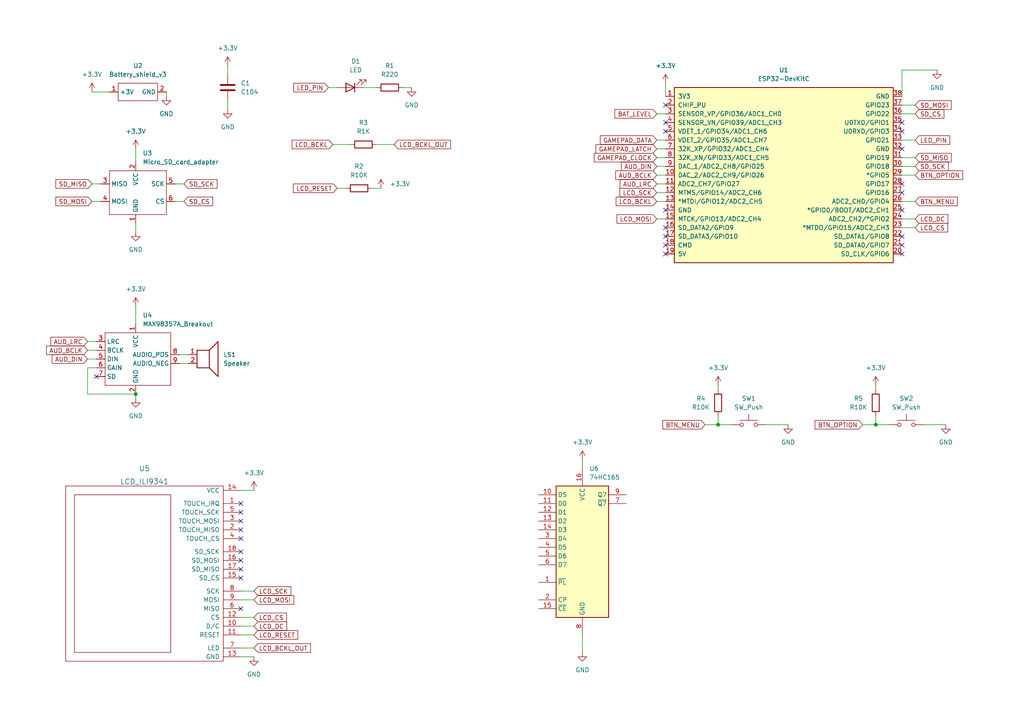
<source format=kicad_sch>
(kicad_sch (version 20211123) (generator eeschema)
  (paper "A4")
  (lib_symbols
    (symbol "74xx:74HC165"
      (property "Reference" "U" (at -7.62 19.05 0))
      (property "Value" "74HC165" (at -7.62 -21.59 0))
      (symbol "74HC165_1_0"
        (pin input line (at -12.7 -10.16 0) (length 5.08) (name "~{PL}") (number "1"))
        (pin input line (at -12.7 15.24 0) (length 5.08) (name "DS") (number "10"))
        (pin input line (at -12.7 12.7 0) (length 5.08) (name "D0") (number "11"))
        (pin input line (at -12.7 10.16 0) (length 5.08) (name "D1") (number "12"))
        (pin input line (at -12.7 7.62 0) (length 5.08) (name "D2") (number "13"))
        (pin input line (at -12.7 5.08 0) (length 5.08) (name "D3") (number "14"))
        (pin input line (at -12.7 -17.78 0) (length 5.08) (name "~{CE}") (number "15"))
        (pin power_in line (at 0 22.86 270) (length 5.08) (name "VCC") (number "16"))
        (pin input line (at -12.7 -15.24 0) (length 5.08) (name "CP") (number "2"))
        (pin input line (at -12.7 2.54 0) (length 5.08) (name "D4") (number "3"))
        (pin input line (at -12.7 0 0) (length 5.08) (name "D5") (number "4"))
        (pin input line (at -12.7 -2.54 0) (length 5.08) (name "D6") (number "5"))
        (pin input line (at -12.7 -5.08 0) (length 5.08) (name "D7") (number "6"))
        (pin output line (at 12.7 12.7 180) (length 5.08) (name "~{Q7}") (number "7"))
        (pin power_in line (at 0 -25.4 90) (length 5.08) (name "GND") (number "8"))
        (pin output line (at 12.7 15.24 180) (length 5.08) (name "Q7") (number "9"))
      )
      (symbol "74HC165_1_1"
        (rectangle (start -7.62 17.78) (end 7.62 -20.32) (stroke (width 0.254)) (fill (type background)))
      )
    )
    (symbol "Device:C" (pin_numbers hide) (pin_names (offset 0.254))
      (property "Reference" "C" (at 0.635 2.54 0))
      (property "Value" "C" (at 0.635 -2.54 0))
      (symbol "C_0_1"
        (polyline (pts (xy -2.032 -0.762) (xy 2.032 -0.762)) (stroke (width 0.508)))
        (polyline (pts (xy -2.032 0.762) (xy 2.032 0.762)) (stroke (width 0.508)))
      )
      (symbol "C_1_1"
        (pin passive line (at 0 3.81 270) (length 2.794) (name "~") (number "1"))
        (pin passive line (at 0 -3.81 90) (length 2.794) (name "~") (number "2"))
      )
    )
    (symbol "Device:LED" (pin_numbers hide) (pin_names (offset 1.016) hide)
      (property "Reference" "D" (at 0 2.54 0))
      (property "Value" "LED" (at 0 -2.54 0))
      (symbol "LED_0_1"
        (polyline (pts (xy -1.27 -1.27) (xy -1.27 1.27)) (stroke (width 0.254)))
        (polyline (pts (xy -1.27 0) (xy 1.27 0)))
        (polyline (pts (xy 1.27 -1.27) (xy 1.27 1.27) (xy -1.27 0) (xy 1.27 -1.27)) (stroke (width 0.254)))
        (polyline (pts (xy -3.048 -0.762) (xy -4.572 -2.286) (xy -3.81 -2.286) (xy -4.572 -2.286) (xy -4.572 -1.524)))
        (polyline (pts (xy -1.778 -0.762) (xy -3.302 -2.286) (xy -2.54 -2.286) (xy -3.302 -2.286) (xy -3.302 -1.524)))
      )
      (symbol "LED_1_1"
        (pin passive line (at -3.81 0 0) (length 2.54) (name "K") (number "1"))
        (pin passive line (at 3.81 0 180) (length 2.54) (name "A") (number "2"))
      )
    )
    (symbol "Device:R" (pin_numbers hide) (pin_names (offset 0))
      (property "Reference" "R" (at 2.032 0 90))
      (property "Value" "R" (at 0 0 90))
      (symbol "R_0_1"
        (rectangle (start -1.016 -2.54) (end 1.016 2.54) (stroke (width 0.254)))
      )
      (symbol "R_1_1"
        (pin passive line (at 0 3.81 270) (length 1.27) (name "~") (number "1"))
        (pin passive line (at 0 -3.81 90) (length 1.27) (name "~") (number "2"))
      )
    )
    (symbol "Device:Speaker" (pin_names (offset 0) hide)
      (property "Reference" "LS" (at 1.27 5.715 0))
      (property "Value" "Speaker" (at 1.27 3.81 0))
      (symbol "Speaker_0_0"
        (rectangle (start -2.54 1.27) (end 1.016 -3.81) (stroke (width 0.254)))
        (polyline (pts (xy 1.016 1.27) (xy 3.556 3.81) (xy 3.556 -6.35) (xy 1.016 -3.81)) (stroke (width 0.254)))
      )
      (symbol "Speaker_1_1"
        (pin input line (at -5.08 0 0) (length 2.54) (name "1") (number "1"))
        (pin input line (at -5.08 -2.54 0) (length 2.54) (name "2") (number "2"))
      )
    )
    (symbol "Espressif:ESP32-DevKitC" (pin_names (offset 1.016))
      (property "Reference" "U" (at -30.48 30.48 0))
      (property "Value" "ESP32-DevKitC" (at -30.48 27.94 0))
      (symbol "ESP32-DevKitC_0_0"
        (pin power_in line (at -33.02 -10.16 0) (length 2.54) (name "GND") (number "14"))
        (pin power_in line (at -33.02 -22.86 0) (length 2.54) (name "5V") (number "19"))
      )
      (symbol "ESP32-DevKitC_0_1"
        (rectangle (start -30.48 25.4) (end 33.02 -25.4) (stroke (width 0.254)) (fill (type background)))
      )
      (symbol "ESP32-DevKitC_1_1"
        (pin power_in line (at -33.02 22.86 0) (length 2.54) (name "3V3") (number "1"))
        (pin bidirectional line (at -33.02 0 0) (length 2.54) (name "DAC_2/ADC2_CH9/GPIO26") (number "10"))
        (pin bidirectional line (at -33.02 -2.54 0) (length 2.54) (name "ADC2_CH7/GPIO27") (number "11"))
        (pin bidirectional line (at -33.02 -5.08 0) (length 2.54) (name "MTMS/GPIO14/ADC2_CH6") (number "12"))
        (pin bidirectional line (at -33.02 -7.62 0) (length 2.54) (name "*MTDI/GPIO12/ADC2_CH5") (number "13"))
        (pin bidirectional line (at -33.02 -12.7 0) (length 2.54) (name "MTCK/GPIO13/ADC2_CH4") (number "15"))
        (pin bidirectional line (at -33.02 -15.24 0) (length 2.54) (name "SD_DATA2/GPIO9") (number "16"))
        (pin bidirectional line (at -33.02 -17.78 0) (length 2.54) (name "SD_DATA3/GPIO10") (number "17"))
        (pin bidirectional line (at -33.02 -20.32 0) (length 2.54) (name "CMD") (number "18"))
        (pin input line (at -33.02 20.32 0) (length 2.54) (name "CHIP_PU") (number "2"))
        (pin bidirectional line (at 35.56 -22.86 180) (length 2.54) (name "SD_CLK/GPIO6") (number "20"))
        (pin bidirectional line (at 35.56 -20.32 180) (length 2.54) (name "SD_DATA0/GPIO7") (number "21"))
        (pin bidirectional line (at 35.56 -17.78 180) (length 2.54) (name "SD_DATA1/GPIO8") (number "22"))
        (pin bidirectional line (at 35.56 -15.24 180) (length 2.54) (name "*MTDO/GPIO15/ADC2_CH3") (number "23"))
        (pin bidirectional line (at 35.56 -12.7 180) (length 2.54) (name "ADC2_CH2/*GPIO2") (number "24"))
        (pin bidirectional line (at 35.56 -10.16 180) (length 2.54) (name "*GPIO0/BOOT/ADC2_CH1") (number "25"))
        (pin bidirectional line (at 35.56 -7.62 180) (length 2.54) (name "ADC2_CH0/GPIO4") (number "26"))
        (pin bidirectional line (at 35.56 -5.08 180) (length 2.54) (name "GPIO16") (number "27"))
        (pin bidirectional line (at 35.56 -2.54 180) (length 2.54) (name "GPIO17") (number "28"))
        (pin bidirectional line (at 35.56 0 180) (length 2.54) (name "*GPIO5") (number "29"))
        (pin input line (at -33.02 17.78 0) (length 2.54) (name "SENSOR_VP/GPIO36/ADC1_CH0") (number "3"))
        (pin bidirectional line (at 35.56 2.54 180) (length 2.54) (name "GPIO18") (number "30"))
        (pin bidirectional line (at 35.56 5.08 180) (length 2.54) (name "GPIO19") (number "31"))
        (pin power_in line (at 35.56 7.62 180) (length 2.54) (name "GND") (number "32"))
        (pin bidirectional line (at 35.56 10.16 180) (length 2.54) (name "GPIO21") (number "33"))
        (pin bidirectional line (at 35.56 12.7 180) (length 2.54) (name "U0RXD/GPIO3") (number "34"))
        (pin bidirectional line (at 35.56 15.24 180) (length 2.54) (name "U0TXD/GPIO1") (number "35"))
        (pin bidirectional line (at 35.56 17.78 180) (length 2.54) (name "GPIO22") (number "36"))
        (pin bidirectional line (at 35.56 20.32 180) (length 2.54) (name "GPIO23") (number "37"))
        (pin power_in line (at 35.56 22.86 180) (length 2.54) (name "GND") (number "38"))
        (pin input line (at -33.02 15.24 0) (length 2.54) (name "SENSOR_VN/GPIO39/ADC1_CH3") (number "4"))
        (pin input line (at -33.02 12.7 0) (length 2.54) (name "VDET_1/GPIO34/ADC1_CH6") (number "5"))
        (pin input line (at -33.02 10.16 0) (length 2.54) (name "VDET_2/GPIO35/ADC1_CH7") (number "6"))
        (pin bidirectional line (at -33.02 7.62 0) (length 2.54) (name "32K_XP/GPIO32/ADC1_CH4") (number "7"))
        (pin bidirectional line (at -33.02 5.08 0) (length 2.54) (name "32K_XN/GPIO33/ADC1_CH5") (number "8"))
        (pin bidirectional line (at -33.02 2.54 0) (length 2.54) (name "DAC_1/ADC2_CH8/GPIO25") (number "9"))
      )
    )
    (symbol "JS_Displays:LCD_ILI9341" (pin_names (offset 1.016))
      (property "Reference" "U" (at -6.35 1.27 0))
      (property "Value" "LCD_ILI9341" (at -6.35 -1.27 0))
      (symbol "LCD_ILI9341_0_1"
        (rectangle (start -21.59 21.59) (end 6.35 -24.13))
        (rectangle (start 21.59 24.13) (end -24.13 -26.67))
      )
      (symbol "LCD_ILI9341_1_1"
        (pin input line (at 26.67 19.05 180) (length 5.08) (name "TOUCH_IRQ") (number "1"))
        (pin input line (at 26.67 -16.51 180) (length 5.08) (name "D/C") (number "10"))
        (pin input line (at 26.67 -19.05 180) (length 5.08) (name "RESET") (number "11"))
        (pin input line (at 26.67 -13.97 180) (length 5.08) (name "CS") (number "12"))
        (pin input line (at 26.67 -25.4 180) (length 5.08) (name "GND") (number "13"))
        (pin input line (at 26.67 22.86 180) (length 5.08) (name "VCC") (number "14"))
        (pin input line (at 26.67 -2.54 180) (length 5.08) (name "SD_CS") (number "15"))
        (pin input line (at 26.67 2.54 180) (length 5.08) (name "SD_MOSI") (number "16"))
        (pin input line (at 26.67 0 180) (length 5.08) (name "SD_MISO") (number "17"))
        (pin input line (at 26.67 5.08 180) (length 5.08) (name "SD_SCK") (number "18"))
        (pin input line (at 26.67 11.43 180) (length 5.08) (name "TOUCH_MISO") (number "2"))
        (pin input line (at 26.67 13.97 180) (length 5.08) (name "TOUCH_MOSI") (number "3"))
        (pin input line (at 26.67 8.89 180) (length 5.08) (name "TOUCH_CS") (number "4"))
        (pin input line (at 26.67 16.51 180) (length 5.08) (name "TOUCH_SCK") (number "5"))
        (pin input line (at 26.67 -11.43 180) (length 5.08) (name "MISO") (number "6"))
        (pin input line (at 26.67 -22.86 180) (length 5.08) (name "LED") (number "7"))
        (pin input line (at 26.67 -6.35 180) (length 5.08) (name "SCK") (number "8"))
        (pin input line (at 26.67 -8.89 180) (length 5.08) (name "MOSI") (number "9"))
      )
    )
    (symbol "RGC_Components:Battery_shield_v3"
      (property "Reference" "U" (at 0 5.08 0))
      (property "Value" "Battery_shield_v3" (at 0 2.54 0))
      (symbol "Battery_shield_v3_0_1"
        (rectangle (start -5.08 -1.27) (end 6.35 -6.35))
      )
      (symbol "Battery_shield_v3_1_1"
        (pin power_out line (at -7.62 -3.81 0) (length 2.54) (name "+3V") (number "1"))
        (pin power_out line (at 8.89 -3.81 180) (length 2.54) (name "GND") (number "2"))
      )
    )
    (symbol "RGC_Components:MAX98357A_Breakout"
      (property "Reference" "U" (at 0 26.67 0))
      (property "Value" "MAX98357A_Breakout" (at 0 24.13 0))
      (symbol "MAX98357A_Breakout_0_1"
        (rectangle (start -7.62 10.16) (end 11.43 -5.08))
      )
      (symbol "MAX98357A_Breakout_1_1"
        (pin power_in line (at 1.27 12.7 270) (length 2.54) (name "VCC") (number "1"))
        (pin power_in line (at 1.27 -7.62 90) (length 2.54) (name "GND") (number "2"))
        (pin input line (at -10.16 7.62 0) (length 2.54) (name "LRC") (number "3"))
        (pin input line (at -10.16 5.08 0) (length 2.54) (name "BCLK") (number "4"))
        (pin input line (at -10.16 2.54 0) (length 2.54) (name "DIN") (number "5"))
        (pin input line (at -10.16 0 0) (length 2.54) (name "GAIN") (number "6"))
        (pin input line (at -10.16 -2.54 0) (length 2.54) (name "SD") (number "7"))
        (pin output line (at 13.97 3.81 180) (length 2.54) (name "AUDIO_POS") (number "8"))
        (pin output line (at 13.97 1.27 180) (length 2.54) (name "AUDIO_NEG") (number "9"))
      )
    )
    (symbol "RGC_Components:Micro_SD_card_adapter"
      (property "Reference" "U" (at 0 5.08 0))
      (property "Value" "Micro_SD_card_adapter" (at 0 2.54 0))
      (symbol "Micro_SD_card_adapter_0_1"
        (rectangle (start -8.89 -11.43) (end 7.62 -24.13))
      )
      (symbol "Micro_SD_card_adapter_1_1"
        (pin power_in line (at -1.27 -26.67 90) (length 2.54) (name "GND") (number "1"))
        (pin power_in line (at -1.27 -8.89 270) (length 2.54) (name "VCC") (number "2"))
        (pin input line (at -11.43 -15.24 0) (length 2.54) (name "MISO") (number "3"))
        (pin output line (at -11.43 -20.32 0) (length 2.54) (name "MOSI") (number "4"))
        (pin input line (at 10.16 -15.24 180) (length 2.54) (name "SCK") (number "5"))
        (pin input line (at 10.16 -20.32 180) (length 2.54) (name "CS") (number "6"))
      )
    )
    (symbol "Switch:SW_Push" (pin_numbers hide) (pin_names (offset 1.016) hide)
      (property "Reference" "SW" (at 1.27 2.54 0))
      (property "Value" "SW_Push" (at 0 -1.524 0))
      (symbol "SW_Push_0_1"
        (circle (center -2.032 0) (radius 0.508))
        (polyline (pts (xy 0 1.27) (xy 0 3.048)))
        (polyline (pts (xy 2.54 1.27) (xy -2.54 1.27)))
        (circle (center 2.032 0) (radius 0.508))
        (pin passive line (at -5.08 0 0) (length 2.54) (name "1") (number "1"))
        (pin passive line (at 5.08 0 180) (length 2.54) (name "2") (number "2"))
      )
    )
    (symbol "power:+3.3V" (power) (pin_names (offset 0))
      (property "Value" "+3.3V" (at 0 3.556 0))
      (symbol "+3.3V_0_1"
        (polyline (pts (xy -0.762 1.27) (xy 0 2.54)))
        (polyline (pts (xy 0 0) (xy 0 2.54)))
        (polyline (pts (xy 0 2.54) (xy 0.762 1.27)))
      )
      (symbol "+3.3V_1_1"
        (pin power_in line (at 0 0 90) (length 0) hide (name "+3.3V") (number "1"))
      )
    )
    (symbol "power:GND" (power) (pin_names (offset 0))
      (property "Value" "GND" (at 0 -3.81 0))
      (symbol "GND_0_1"
        (polyline (pts (xy 0 0) (xy 0 -1.27) (xy 1.27 -1.27) (xy 0 -2.54) (xy -1.27 -1.27) (xy 0 -1.27)))
      )
      (symbol "GND_1_1"
        (pin power_in line (at 0 0 270) (length 0) hide (name "GND") (number "1"))
      )
    )
  )
  (junction (at 39.37 114.3))
  (junction (at 208.28 123.19))
  (junction (at 254 123.19))
  (no_connect (at 193.04 60.96))
  (no_connect (at 69.85 148.59))
  (no_connect (at 69.85 151.13))
  (no_connect (at 69.85 146.05))
  (no_connect (at 69.85 167.64))
  (no_connect (at 69.85 165.1))
  (no_connect (at 69.85 160.02))
  (no_connect (at 69.85 162.56))
  (no_connect (at 69.85 153.67))
  (no_connect (at 69.85 156.21))
  (no_connect (at 193.04 73.66))
  (no_connect (at 261.62 43.18))
  (no_connect (at 261.62 35.56))
  (no_connect (at 261.62 38.1))
  (no_connect (at 261.62 60.96))
  (no_connect (at 193.04 30.48))
  (no_connect (at 193.04 38.1))
  (no_connect (at 193.04 35.56))
  (no_connect (at 193.04 71.12))
  (no_connect (at 193.04 66.04))
  (no_connect (at 193.04 68.58))
  (no_connect (at 261.62 68.58))
  (no_connect (at 261.62 71.12))
  (no_connect (at 261.62 73.66))
  (no_connect (at 261.62 55.88))
  (no_connect (at 261.62 53.34))
  (no_connect (at 69.85 176.53))
  (no_connect (at 27.94 109.22))
  (wire (pts (xy 168.91 133.35) (xy 168.91 135.89)))
  (wire (pts (xy 190.5 53.34) (xy 193.04 53.34)))
  (wire (pts (xy 26.67 53.34) (xy 29.21 53.34)))
  (wire (pts (xy 25.4 99.06) (xy 27.94 99.06)))
  (wire (pts (xy 110.49 54.61) (xy 107.95 54.61)))
  (wire (pts (xy 25.4 114.3) (xy 39.37 114.3)))
  (wire (pts (xy 105.41 25.4) (xy 109.22 25.4)))
  (wire (pts (xy 69.85 184.15) (xy 73.66 184.15)))
  (wire (pts (xy 50.8 58.42) (xy 53.34 58.42)))
  (wire (pts (xy 261.62 66.04) (xy 265.43 66.04)))
  (wire (pts (xy 69.85 171.45) (xy 73.66 171.45)))
  (wire (pts (xy 48.26 26.67) (xy 48.26 27.94)))
  (wire (pts (xy 261.62 30.48) (xy 265.43 30.48)))
  (wire (pts (xy 190.5 55.88) (xy 193.04 55.88)))
  (wire (pts (xy 190.5 40.64) (xy 193.04 40.64)))
  (wire (pts (xy 254 123.19) (xy 257.81 123.19)))
  (wire (pts (xy 250.19 123.19) (xy 254 123.19)))
  (wire (pts (xy 254 111.76) (xy 254 113.03)))
  (wire (pts (xy 208.28 120.65) (xy 208.28 123.19)))
  (wire (pts (xy 26.67 58.42) (xy 29.21 58.42)))
  (wire (pts (xy 69.85 142.24) (xy 73.66 142.24)))
  (wire (pts (xy 52.07 105.41) (xy 54.61 105.41)))
  (wire (pts (xy 208.28 123.19) (xy 212.09 123.19)))
  (wire (pts (xy 261.62 63.5) (xy 265.43 63.5)))
  (wire (pts (xy 69.85 190.5) (xy 73.66 190.5)))
  (wire (pts (xy 204.47 123.19) (xy 208.28 123.19)))
  (wire (pts (xy 69.85 187.96) (xy 73.66 187.96)))
  (wire (pts (xy 190.5 48.26) (xy 193.04 48.26)))
  (wire (pts (xy 190.5 43.18) (xy 193.04 43.18)))
  (wire (pts (xy 39.37 88.9) (xy 39.37 93.98)))
  (wire (pts (xy 190.5 63.5) (xy 193.04 63.5)))
  (wire (pts (xy 50.8 53.34) (xy 53.34 53.34)))
  (wire (pts (xy 261.62 48.26) (xy 265.43 48.26)))
  (wire (pts (xy 116.84 25.4) (xy 119.38 25.4)))
  (wire (pts (xy 261.62 58.42) (xy 265.43 58.42)))
  (wire (pts (xy 190.5 33.02) (xy 193.04 33.02)))
  (wire (pts (xy 39.37 114.3) (xy 39.37 115.57)))
  (wire (pts (xy 25.4 106.68) (xy 25.4 114.3)))
  (wire (pts (xy 193.04 24.13) (xy 193.04 27.94)))
  (wire (pts (xy 261.62 40.64) (xy 265.43 40.64)))
  (wire (pts (xy 109.22 41.91) (xy 114.3 41.91)))
  (wire (pts (xy 25.4 104.14) (xy 27.94 104.14)))
  (wire (pts (xy 222.25 123.19) (xy 228.6 123.19)))
  (wire (pts (xy 168.91 184.15) (xy 168.91 189.23)))
  (wire (pts (xy 267.97 123.19) (xy 274.32 123.19)))
  (wire (pts (xy 190.5 58.42) (xy 193.04 58.42)))
  (wire (pts (xy 69.85 173.99) (xy 73.66 173.99)))
  (wire (pts (xy 52.07 102.87) (xy 54.61 102.87)))
  (wire (pts (xy 69.85 181.61) (xy 73.66 181.61)))
  (wire (pts (xy 25.4 101.6) (xy 27.94 101.6)))
  (wire (pts (xy 254 120.65) (xy 254 123.19)))
  (wire (pts (xy 261.62 50.8) (xy 265.43 50.8)))
  (wire (pts (xy 66.04 19.05) (xy 66.04 21.59)))
  (wire (pts (xy 27.94 106.68) (xy 25.4 106.68)))
  (wire (pts (xy 261.62 33.02) (xy 265.43 33.02)))
  (wire (pts (xy 261.62 27.94) (xy 261.62 20.32)))
  (wire (pts (xy 95.25 25.4) (xy 97.79 25.4)))
  (wire (pts (xy 190.5 50.8) (xy 193.04 50.8)))
  (wire (pts (xy 39.37 64.77) (xy 39.37 67.31)))
  (wire (pts (xy 100.33 54.61) (xy 97.79 54.61)))
  (wire (pts (xy 190.5 45.72) (xy 193.04 45.72)))
  (wire (pts (xy 39.37 43.18) (xy 39.37 46.99)))
  (wire (pts (xy 261.62 45.72) (xy 265.43 45.72)))
  (wire (pts (xy 96.52 41.91) (xy 101.6 41.91)))
  (wire (pts (xy 69.85 179.07) (xy 73.66 179.07)))
  (wire (pts (xy 26.67 26.67) (xy 31.75 26.67)))
  (wire (pts (xy 261.62 20.32) (xy 271.78 20.32)))
  (wire (pts (xy 66.04 29.21) (xy 66.04 31.75)))
  (wire (pts (xy 208.28 111.76) (xy 208.28 113.03)))
  (global_label "LCD_BCKL_OUT" (shape input) (at 73.66 187.96 0) (property "Intersheet References" "${INTERSHEET_REFS}" (effects hide)))
  (global_label "AUD_DIN" (shape input) (at 25.4 104.14 180) (property "Intersheet References" "${INTERSHEET_REFS}" (effects hide)))
  (global_label "AUD_DIN" (shape input) (at 190.5 48.26 180) (property "Intersheet References" "${INTERSHEET_REFS}" (effects hide)))
  (global_label "SD_CS" (shape input) (at 53.34 58.42 0) (property "Intersheet References" "${INTERSHEET_REFS}" (effects hide)))
  (global_label "SD_SCK" (shape input) (at 265.43 48.26 0) (property "Intersheet References" "${INTERSHEET_REFS}" (effects hide)))
  (global_label "LCD_CS" (shape input) (at 265.43 66.04 0) (property "Intersheet References" "${INTERSHEET_REFS}" (effects hide)))
  (global_label "SD_MISO" (shape input) (at 265.43 45.72 0) (property "Intersheet References" "${INTERSHEET_REFS}" (effects hide)))
  (global_label "LCD_BCKL" (shape input) (at 190.5 58.42 180) (property "Intersheet References" "${INTERSHEET_REFS}" (effects hide)))
  (global_label "GAMEPAD_CLOCK" (shape input) (at 190.5 45.72 180) (property "Intersheet References" "${INTERSHEET_REFS}" (effects hide)))
  (global_label "GAMEPAD_DATA" (shape input) (at 190.5 40.64 180) (property "Intersheet References" "${INTERSHEET_REFS}" (effects hide)))
  (global_label "SD_CS" (shape input) (at 265.43 33.02 0) (property "Intersheet References" "${INTERSHEET_REFS}" (effects hide)))
  (global_label "LCD_RESET" (shape input) (at 73.66 184.15 0) (property "Intersheet References" "${INTERSHEET_REFS}" (effects hide)))
  (global_label "LCD_BCKL_OUT" (shape input) (at 114.3 41.91 0) (property "Intersheet References" "${INTERSHEET_REFS}" (effects hide)))
  (global_label "SD_MISO" (shape input) (at 26.67 53.34 180) (property "Intersheet References" "${INTERSHEET_REFS}" (effects hide)))
  (global_label "LCD_DC" (shape input) (at 73.66 181.61 0) (property "Intersheet References" "${INTERSHEET_REFS}" (effects hide)))
  (global_label "LCD_MOSI" (shape input) (at 73.66 173.99 0) (property "Intersheet References" "${INTERSHEET_REFS}" (effects hide)))
  (global_label "LCD_MOSI" (shape input) (at 190.5 63.5 180) (property "Intersheet References" "${INTERSHEET_REFS}" (effects hide)))
  (global_label "AUD_LRC" (shape input) (at 190.5 53.34 180) (property "Intersheet References" "${INTERSHEET_REFS}" (effects hide)))
  (global_label "LCD_SCK" (shape input) (at 190.5 55.88 180) (property "Intersheet References" "${INTERSHEET_REFS}" (effects hide)))
  (global_label "BTN_OPTION" (shape input) (at 265.43 50.8 0) (property "Intersheet References" "${INTERSHEET_REFS}" (effects hide)))
  (global_label "LCD_DC" (shape input) (at 265.43 63.5 0) (property "Intersheet References" "${INTERSHEET_REFS}" (effects hide)))
  (global_label "BTN_MENU" (shape input) (at 265.43 58.42 0) (property "Intersheet References" "${INTERSHEET_REFS}" (effects hide)))
  (global_label "AUD_BCLK" (shape input) (at 190.5 50.8 180) (property "Intersheet References" "${INTERSHEET_REFS}" (effects hide)))
  (global_label "BTN_MENU" (shape input) (at 204.47 123.19 180) (property "Intersheet References" "${INTERSHEET_REFS}" (effects hide)))
  (global_label "GAMEPAD_LATCH" (shape input) (at 190.5 43.18 180) (property "Intersheet References" "${INTERSHEET_REFS}" (effects hide)))
  (global_label "BAT_LEVEL" (shape input) (at 190.5 33.02 180) (property "Intersheet References" "${INTERSHEET_REFS}" (effects hide)))
  (global_label "LED_PIN" (shape input) (at 95.25 25.4 180) (property "Intersheet References" "${INTERSHEET_REFS}" (effects hide)))
  (global_label "AUD_LRC" (shape input) (at 25.4 99.06 180) (property "Intersheet References" "${INTERSHEET_REFS}" (effects hide)))
  (global_label "LED_PIN" (shape input) (at 265.43 40.64 0) (property "Intersheet References" "${INTERSHEET_REFS}" (effects hide)))
  (global_label "SD_MOSI" (shape input) (at 265.43 30.48 0) (property "Intersheet References" "${INTERSHEET_REFS}" (effects hide)))
  (global_label "LCD_BCKL" (shape input) (at 96.52 41.91 180) (property "Intersheet References" "${INTERSHEET_REFS}" (effects hide)))
  (global_label "LCD_SCK" (shape input) (at 73.66 171.45 0) (property "Intersheet References" "${INTERSHEET_REFS}" (effects hide)))
  (global_label "SD_SCK" (shape input) (at 53.34 53.34 0) (property "Intersheet References" "${INTERSHEET_REFS}" (effects hide)))
  (global_label "LCD_CS" (shape input) (at 73.66 179.07 0) (property "Intersheet References" "${INTERSHEET_REFS}" (effects hide)))
  (global_label "SD_MOSI" (shape input) (at 26.67 58.42 180) (property "Intersheet References" "${INTERSHEET_REFS}" (effects hide)))
  (global_label "BTN_OPTION" (shape input) (at 250.19 123.19 180) (property "Intersheet References" "${INTERSHEET_REFS}" (effects hide)))
  (global_label "AUD_BCLK" (shape input) (at 25.4 101.6 180) (property "Intersheet References" "${INTERSHEET_REFS}" (effects hide)))
  (global_label "LCD_RESET" (shape input) (at 97.79 54.61 180) (property "Intersheet References" "${INTERSHEET_REFS}" (effects hide)))
  (symbol (lib_id "power:GND") (at 39.37 67.31 0) (unit 1)
    (property "Reference" "#PWR0104" (effects hide))
    (property "Value" "GND" (at 39.37 72.39 0))
  )
  (symbol (lib_id "Device:R") (at 254 116.84 180) (unit 1)
    (property "Reference" "R5" (at 247.65 115.57 0) (effects (justify right)))
    (property "Value" "R10K" (at 246.38 118.11 0) (effects (justify right)))
    (property "Footprint" "LED_THT:LED_D5.0mm" (effects hide))
  )
  (symbol (lib_id "Device:C") (at 66.04 25.4 180) (unit 1)
    (property "Reference" "C1" (at 69.85 24.1299 0) (effects (justify right)))
    (property "Value" "C104" (at 69.85 26.6699 0) (effects (justify right)))
    (property "Footprint" "Capacitor_THT:C_Rect_L7.0mm_W3.5mm_P5.00mm" (effects hide))
  )
  (symbol (lib_id "Switch:SW_Push") (at 217.17 123.19 0) (unit 1)
    (property "Reference" "SW1" (at 217.17 115.57 0))
    (property "Value" "SW_Push" (at 217.17 118.11 0))
    (property "Footprint" "Button_Switch_THT:SW_PUSH_6mm_H5mm" (effects hide))
  )
  (symbol (lib_id "power:+3.3V") (at 208.28 111.76 0) (unit 1)
    (property "Reference" "#PWR?" (effects hide))
    (property "Value" "+3.3V" (at 208.28 106.68 0))
  )
  (symbol (lib_id "power:+3.3V") (at 39.37 88.9 0) (unit 1)
    (property "Reference" "#PWR0105" (effects hide))
    (property "Value" "+3.3V" (at 39.37 83.82 0))
  )
  (symbol (lib_id "Device:R") (at 105.41 41.91 90) (unit 1)
    (property "Reference" "R3" (at 105.41 35.56 90))
    (property "Value" "R1K" (at 105.41 38.1 90))
  )
  (symbol (lib_id "power:GND") (at 39.37 115.57 0) (unit 1)
    (property "Reference" "#PWR0108" (effects hide))
    (property "Value" "GND" (at 39.37 120.65 0))
  )
  (symbol (lib_id "power:+3.3V") (at 168.91 133.35 0) (unit 1)
    (property "Reference" "#PWR?" (effects hide))
    (property "Value" "+3.3V" (at 168.91 128.27 0))
  )
  (symbol (lib_id "power:GND") (at 48.26 27.94 0) (unit 1)
    (property "Reference" "#PWR0102" (effects hide))
    (property "Value" "GND" (at 48.26 33.02 0))
  )
  (symbol (lib_id "RGC_Components:Battery_shield_v3") (at 39.37 22.86 0) (unit 1)
    (property "Reference" "U2" (at 40.005 19.05 0))
    (property "Value" "Battery_shield_v3" (at 40.005 21.59 0))
    (property "Footprint" "RGC_Components:Battery_shield_v3" (effects hide))
  )
  (symbol (lib_id "power:+3.3V") (at 110.49 54.61 0) (unit 1)
    (property "Reference" "#PWR?" (effects hide))
    (property "Value" "+3.3V" (at 113.03 53.3399 0) (effects (justify left)))
  )
  (symbol (lib_id "power:+3.3V") (at 26.67 26.67 0) (unit 1)
    (property "Reference" "#PWR0103" (effects hide))
    (property "Value" "+3.3V" (at 26.67 21.59 0))
  )
  (symbol (lib_id "power:GND") (at 228.6 123.19 0) (unit 1)
    (property "Reference" "#PWR?" (effects hide))
    (property "Value" "GND" (at 228.6 128.27 0))
  )
  (symbol (lib_id "power:+3.3V") (at 73.66 142.24 0) (unit 1)
    (property "Reference" "#PWR0109" (effects hide))
    (property "Value" "+3.3V" (at 73.66 137.16 0))
  )
  (symbol (lib_id "Device:R") (at 208.28 116.84 180) (unit 1)
    (property "Reference" "R4" (at 201.93 115.57 0) (effects (justify right)))
    (property "Value" "R10K" (at 200.66 118.11 0) (effects (justify right)))
    (property "Footprint" "LED_THT:LED_D5.0mm" (effects hide))
  )
  (symbol (lib_id "power:GND") (at 119.38 25.4 0) (unit 1)
    (property "Reference" "#PWR?" (effects hide))
    (property "Value" "GND" (at 119.38 30.48 0))
  )
  (symbol (lib_id "power:GND") (at 168.91 189.23 0) (unit 1)
    (property "Reference" "#PWR?" (effects hide))
    (property "Value" "GND" (at 168.91 194.31 0))
  )
  (symbol (lib_id "Device:R") (at 113.03 25.4 90) (unit 1)
    (property "Reference" "R1" (at 113.03 19.05 90))
    (property "Value" "R220" (at 113.03 21.59 90))
    (property "Footprint" "LED_THT:LED_D5.0mm" (effects hide))
  )
  (symbol (lib_id "Device:LED") (at 101.6 25.4 180) (unit 1)
    (property "Reference" "D1" (at 103.1875 17.78 0))
    (property "Value" "LED" (at 103.1875 20.32 0))
  )
  (symbol (lib_id "power:GND") (at 274.32 123.19 0) (unit 1)
    (property "Reference" "#PWR?" (effects hide))
    (property "Value" "GND" (at 274.32 128.27 0))
  )
  (symbol (lib_id "Device:R") (at 104.14 54.61 270) (unit 1)
    (property "Reference" "R2" (at 104.14 48.26 90))
    (property "Value" "R10K" (at 104.14 50.8 90))
    (property "Footprint" "LED_THT:LED_D5.0mm" (effects hide))
  )
  (symbol (lib_id "Switch:SW_Push") (at 262.89 123.19 0) (unit 1)
    (property "Reference" "SW2" (at 262.89 115.57 0))
    (property "Value" "SW_Push" (at 262.89 118.11 0))
    (property "Footprint" "Button_Switch_THT:SW_PUSH_6mm_H5mm" (effects hide))
  )
  (symbol (lib_id "JS_Displays:LCD_ILI9341") (at 43.18 165.1 0) (unit 1)
    (property "Reference" "U5" (at 41.91 135.89 0) (effects (font (size 1.524 1.524))))
    (property "Value" "LCD_ILI9341" (at 41.91 139.7 0) (effects (font (size 1.524 1.524))))
    (property "Footprint" "RGC_Components:LCD_2.4in" (effects hide))
  )
  (symbol (lib_id "power:+3.3V") (at 193.04 24.13 0) (unit 1)
    (property "Reference" "#PWR0106" (effects hide))
    (property "Value" "+3.3V" (at 193.04 19.05 0))
  )
  (symbol (lib_id "RGC_Components:MAX98357A_Breakout") (at 38.1 106.68 0) (unit 1)
    (property "Reference" "U4" (at 41.3894 91.44 0) (effects (justify left)))
    (property "Value" "MAX98357A_Breakout" (at 41.3894 93.98 0) (effects (justify left)))
    (property "Footprint" "RGC_Components:MAX98357A_Breakout" (effects hide))
  )
  (symbol (lib_id "RGC_Components:Micro_SD_card_adapter") (at 40.64 38.1 0) (unit 1)
    (property "Reference" "U3" (at 41.3894 44.45 0) (effects (justify left)))
    (property "Value" "Micro_SD_card_adapter" (at 41.3894 46.99 0) (effects (justify left)))
    (property "Footprint" "RGC_Components:Micro_SD_card_adapter" (effects hide))
  )
  (symbol (lib_id "power:GND") (at 271.78 20.32 0) (unit 1)
    (property "Reference" "#PWR0107" (effects hide))
    (property "Value" "GND" (at 271.78 25.4 0))
  )
  (symbol (lib_id "power:+3.3V") (at 66.04 19.05 0) (unit 1)
    (property "Reference" "#PWR?" (effects hide))
    (property "Value" "+3.3V" (at 66.04 13.97 0))
  )
  (symbol (lib_id "74xx:74HC165") (at 168.91 158.75 0) (unit 1)
    (property "Reference" "U6" (at 170.9294 135.89 0) (effects (justify left)))
    (property "Value" "74HC165" (at 170.9294 138.43 0) (effects (justify left)))
    (property "Footprint" "Package_DIP:DIP-16_W7.62mm_LongPads" (effects hide))
    (property "Datasheet" "https://assets.nexperia.com/documents/data-sheet/74HC_HCT165.pdf" (effects hide))
  )
  (symbol (lib_id "Espressif:ESP32-DevKitC") (at 226.06 50.8 0) (unit 1)
    (property "Reference" "U1" (at 227.33 20.32 0))
    (property "Value" "ESP32-DevKitC" (at 227.33 22.86 0))
    (property "Footprint" "Espressif:ESP32-DevKitC" (effects hide))
    (property "Datasheet" "https://docs.espressif.com/projects/esp-idf/zh_CN/latest/esp32/hw-reference/esp32/get-started-devkitc.html" (effects hide))
  )
  (symbol (lib_id "power:+3.3V") (at 254 111.76 0) (unit 1)
    (property "Reference" "#PWR?" (effects hide))
    (property "Value" "+3.3V" (at 254 106.68 0))
  )
  (symbol (lib_id "power:+3.3V") (at 39.37 43.18 0) (unit 1)
    (property "Reference" "#PWR0101" (effects hide))
    (property "Value" "+3.3V" (at 39.37 38.1 0))
  )
  (symbol (lib_id "power:GND") (at 66.04 31.75 0) (unit 1)
    (property "Reference" "#PWR?" (effects hide))
    (property "Value" "GND" (at 66.04 36.83 0))
  )
  (symbol (lib_id "power:GND") (at 73.66 190.5 0) (unit 1)
    (property "Reference" "#PWR0110" (effects hide))
    (property "Value" "GND" (at 73.66 195.58 0))
  )
  (symbol (lib_id "Device:Speaker") (at 59.69 102.87 0) (unit 1)
    (property "Reference" "LS1" (at 64.77 102.8699 0) (effects (justify left)))
    (property "Value" "Speaker" (at 64.77 105.4099 0) (effects (justify left)))
    (property "Footprint" "RGC_Components:Speaker" (effects hide))
  )
)
</source>
